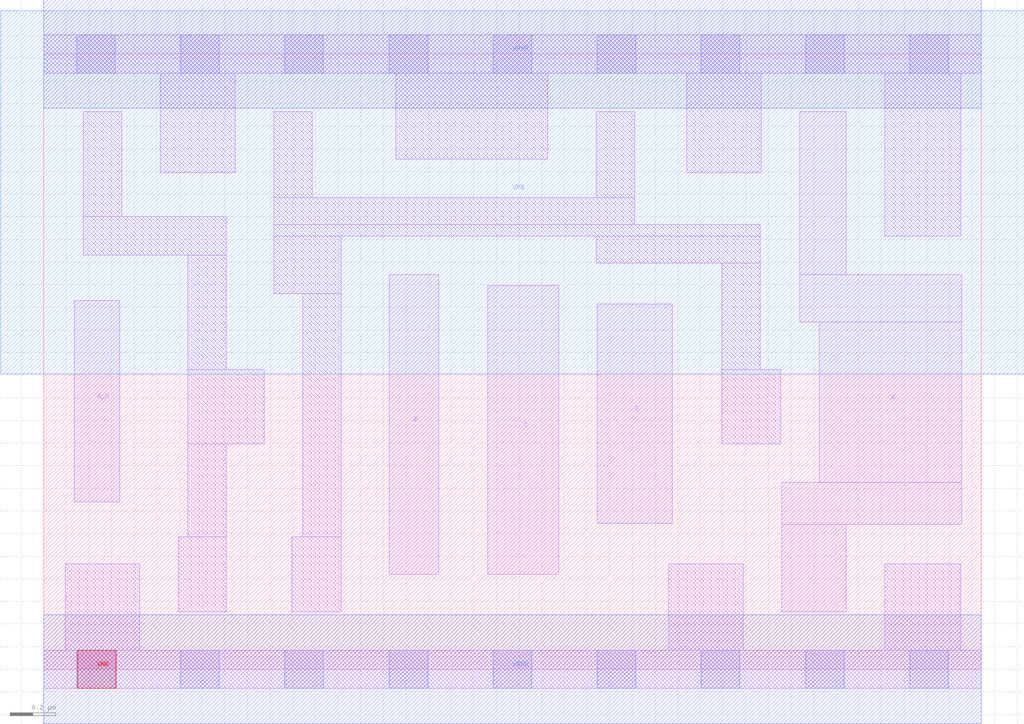
<source format=lef>
# Copyright 2020 The SkyWater PDK Authors
#
# Licensed under the Apache License, Version 2.0 (the "License");
# you may not use this file except in compliance with the License.
# You may obtain a copy of the License at
#
#     https://www.apache.org/licenses/LICENSE-2.0
#
# Unless required by applicable law or agreed to in writing, software
# distributed under the License is distributed on an "AS IS" BASIS,
# WITHOUT WARRANTIES OR CONDITIONS OF ANY KIND, either express or implied.
# See the License for the specific language governing permissions and
# limitations under the License.
#
# SPDX-License-Identifier: Apache-2.0

VERSION 5.7 ;
  NOWIREEXTENSIONATPIN ON ;
  DIVIDERCHAR "/" ;
  BUSBITCHARS "[]" ;
MACRO sky130_fd_sc_hd__and4b_2
  CLASS CORE ;
  FOREIGN sky130_fd_sc_hd__and4b_2 ;
  ORIGIN  0.000000  0.000000 ;
  SIZE  4.140000 BY  2.720000 ;
  SYMMETRY X Y R90 ;
  SITE unithd ;
  PIN A_N
    ANTENNAGATEAREA  0.126000 ;
    DIRECTION INPUT ;
    USE SIGNAL ;
    PORT
      LAYER li1 ;
        RECT 0.135000 0.740000 0.335000 1.630000 ;
    END
  END A_N
  PIN B
    ANTENNAGATEAREA  0.126000 ;
    DIRECTION INPUT ;
    USE SIGNAL ;
    PORT
      LAYER li1 ;
        RECT 1.525000 0.420000 1.745000 1.745000 ;
    END
  END B
  PIN C
    ANTENNAGATEAREA  0.126000 ;
    DIRECTION INPUT ;
    USE SIGNAL ;
    PORT
      LAYER li1 ;
        RECT 1.960000 0.420000 2.275000 1.695000 ;
    END
  END C
  PIN D
    ANTENNAGATEAREA  0.126000 ;
    DIRECTION INPUT ;
    USE SIGNAL ;
    PORT
      LAYER li1 ;
        RECT 2.445000 0.645000 2.775000 1.615000 ;
    END
  END D
  PIN VNB
    PORT
      LAYER pwell ;
        RECT 0.150000 -0.085000 0.320000 0.085000 ;
    END
  END VNB
  PIN VPB
    PORT
      LAYER nwell ;
        RECT -0.190000 1.305000 4.330000 2.910000 ;
    END
  END VPB
  PIN X
    ANTENNADIFFAREA  0.503250 ;
    DIRECTION OUTPUT ;
    USE SIGNAL ;
    PORT
      LAYER li1 ;
        RECT 3.260000 0.255000 3.545000 0.640000 ;
        RECT 3.260000 0.640000 4.055000 0.825000 ;
        RECT 3.340000 1.535000 4.055000 1.745000 ;
        RECT 3.340000 1.745000 3.545000 2.465000 ;
        RECT 3.425000 0.825000 4.055000 1.535000 ;
    END
  END X
  PIN VGND
    DIRECTION INOUT ;
    SHAPE ABUTMENT ;
    USE GROUND ;
    PORT
      LAYER met1 ;
        RECT 0.000000 -0.240000 4.140000 0.240000 ;
    END
  END VGND
  PIN VPWR
    DIRECTION INOUT ;
    SHAPE ABUTMENT ;
    USE POWER ;
    PORT
      LAYER met1 ;
        RECT 0.000000 2.480000 4.140000 2.960000 ;
    END
  END VPWR
  OBS
    LAYER li1 ;
      RECT 0.000000 -0.085000 4.140000 0.085000 ;
      RECT 0.000000  2.635000 4.140000 2.805000 ;
      RECT 0.095000  0.085000 0.425000 0.465000 ;
      RECT 0.175000  1.830000 0.805000 2.000000 ;
      RECT 0.175000  2.000000 0.345000 2.465000 ;
      RECT 0.515000  2.195000 0.845000 2.635000 ;
      RECT 0.595000  0.255000 0.805000 0.585000 ;
      RECT 0.635000  0.585000 0.805000 0.995000 ;
      RECT 0.635000  0.995000 0.975000 1.325000 ;
      RECT 0.635000  1.325000 0.805000 1.830000 ;
      RECT 1.015000  1.660000 1.315000 1.915000 ;
      RECT 1.015000  1.915000 3.165000 1.965000 ;
      RECT 1.015000  1.965000 2.610000 2.085000 ;
      RECT 1.015000  2.085000 1.185000 2.465000 ;
      RECT 1.095000  0.255000 1.315000 0.585000 ;
      RECT 1.145000  0.585000 1.315000 1.660000 ;
      RECT 1.555000  2.255000 2.225000 2.635000 ;
      RECT 2.440000  1.795000 3.165000 1.915000 ;
      RECT 2.440000  2.085000 2.610000 2.465000 ;
      RECT 2.760000  0.085000 3.090000 0.465000 ;
      RECT 2.840000  2.195000 3.170000 2.635000 ;
      RECT 2.995000  0.995000 3.255000 1.325000 ;
      RECT 2.995000  1.325000 3.165000 1.795000 ;
      RECT 3.715000  0.085000 4.050000 0.465000 ;
      RECT 3.715000  1.915000 4.050000 2.635000 ;
    LAYER mcon ;
      RECT 0.145000 -0.085000 0.315000 0.085000 ;
      RECT 0.145000  2.635000 0.315000 2.805000 ;
      RECT 0.605000 -0.085000 0.775000 0.085000 ;
      RECT 0.605000  2.635000 0.775000 2.805000 ;
      RECT 1.065000 -0.085000 1.235000 0.085000 ;
      RECT 1.065000  2.635000 1.235000 2.805000 ;
      RECT 1.525000 -0.085000 1.695000 0.085000 ;
      RECT 1.525000  2.635000 1.695000 2.805000 ;
      RECT 1.985000 -0.085000 2.155000 0.085000 ;
      RECT 1.985000  2.635000 2.155000 2.805000 ;
      RECT 2.445000 -0.085000 2.615000 0.085000 ;
      RECT 2.445000  2.635000 2.615000 2.805000 ;
      RECT 2.905000 -0.085000 3.075000 0.085000 ;
      RECT 2.905000  2.635000 3.075000 2.805000 ;
      RECT 3.365000 -0.085000 3.535000 0.085000 ;
      RECT 3.365000  2.635000 3.535000 2.805000 ;
      RECT 3.825000 -0.085000 3.995000 0.085000 ;
      RECT 3.825000  2.635000 3.995000 2.805000 ;
  END
END sky130_fd_sc_hd__and4b_2
END LIBRARY

</source>
